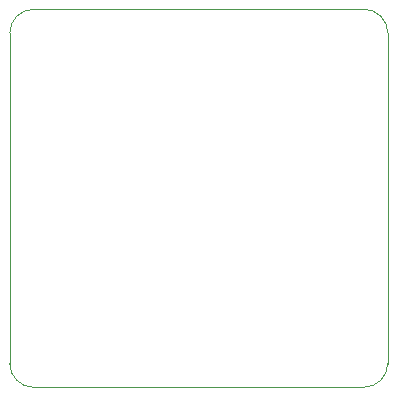
<source format=gbr>
G04 #@! TF.GenerationSoftware,KiCad,Pcbnew,7.0.6*
G04 #@! TF.CreationDate,2023-11-12T09:36:55+05:30*
G04 #@! TF.ProjectId,ESP32-Miner,45535033-322d-44d6-996e-65722e6b6963,rev?*
G04 #@! TF.SameCoordinates,Original*
G04 #@! TF.FileFunction,Profile,NP*
%FSLAX46Y46*%
G04 Gerber Fmt 4.6, Leading zero omitted, Abs format (unit mm)*
G04 Created by KiCad (PCBNEW 7.0.6) date 2023-11-12 09:36:55*
%MOMM*%
%LPD*%
G01*
G04 APERTURE LIST*
G04 #@! TA.AperFunction,Profile*
%ADD10C,0.050000*%
G04 #@! TD*
G04 APERTURE END LIST*
D10*
X125500000Y-73000000D02*
X125500000Y-101000000D01*
X157500000Y-101000000D02*
X157500000Y-73000000D01*
X127500000Y-71000000D02*
G75*
G03*
X125500000Y-73000000I0J-2000000D01*
G01*
X125500000Y-101000000D02*
G75*
G03*
X127500000Y-103000000I2000000J0D01*
G01*
X155500000Y-103000000D02*
G75*
G03*
X157500000Y-101000000I0J2000000D01*
G01*
X157500000Y-73000000D02*
G75*
G03*
X155500000Y-71000000I-2000000J0D01*
G01*
X155500000Y-71000000D02*
X127500000Y-71000000D01*
X127500000Y-103000000D02*
X155500000Y-103000000D01*
M02*

</source>
